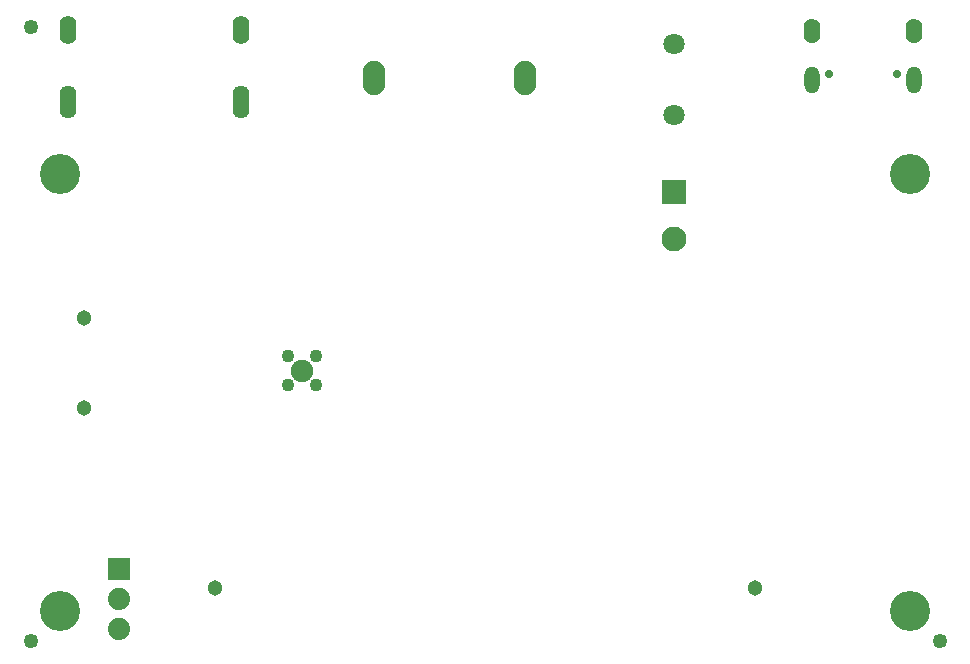
<source format=gbr>
G04 #@! TF.GenerationSoftware,KiCad,Pcbnew,5.1.4-e60b266~84~ubuntu18.04.1*
G04 #@! TF.CreationDate,2023-05-24T16:15:14+03:00*
G04 #@! TF.ProjectId,Neo6502_Rev_A,4e656f36-3530-4325-9f52-65765f412e6b,A*
G04 #@! TF.SameCoordinates,Original*
G04 #@! TF.FileFunction,Soldermask,Bot*
G04 #@! TF.FilePolarity,Negative*
%FSLAX46Y46*%
G04 Gerber Fmt 4.6, Leading zero omitted, Abs format (unit mm)*
G04 Created by KiCad (PCBNEW 5.1.4-e60b266~84~ubuntu18.04.1) date 2023-05-24 16:15:14*
%MOMM*%
%LPD*%
G04 APERTURE LIST*
%ADD10O,1.401600X2.401600*%
%ADD11O,1.401600X2.801600*%
%ADD12O,1.901600X2.901600*%
%ADD13C,1.301600*%
%ADD14C,1.801600*%
%ADD15C,1.254000*%
%ADD16C,3.401601*%
%ADD17R,1.879600X1.879600*%
%ADD18C,1.879600*%
%ADD19C,1.101600*%
%ADD20C,1.901600*%
%ADD21R,2.101600X2.101600*%
%ADD22C,2.101600*%
%ADD23O,1.301600X2.301600*%
%ADD24C,0.701600*%
%ADD25O,1.401600X2.101600*%
G04 APERTURE END LIST*
D10*
X119300000Y-66800000D03*
X104700000Y-66800000D03*
D11*
X104700000Y-72850000D03*
X119300000Y-72850000D03*
D12*
X130600000Y-70850000D03*
X143400000Y-70850000D03*
D13*
X117140000Y-114000000D03*
X162860000Y-114000000D03*
X106000000Y-98810000D03*
X106000000Y-91190000D03*
D14*
X156000000Y-74000000D03*
X156000000Y-68000000D03*
D15*
X101500000Y-118500000D03*
X101500000Y-66500000D03*
X178500000Y-118500000D03*
D16*
X104000000Y-116000000D03*
X176000000Y-116000000D03*
X176000000Y-79000000D03*
X104000000Y-79000000D03*
D17*
X109000000Y-112460000D03*
D18*
X109000000Y-115000000D03*
X109000000Y-117540000D03*
D19*
X125660000Y-96826000D03*
X123260000Y-96826000D03*
D20*
X124460000Y-95626000D03*
D19*
X125660000Y-94356000D03*
X123260000Y-94426000D03*
D21*
X156000000Y-80500000D03*
D22*
X156000000Y-84500000D03*
D23*
X176320000Y-71030000D03*
D24*
X174890000Y-70530000D03*
D25*
X176320000Y-66850000D03*
X167680000Y-66850000D03*
D23*
X167680000Y-71030000D03*
D24*
X169110000Y-70530000D03*
M02*

</source>
